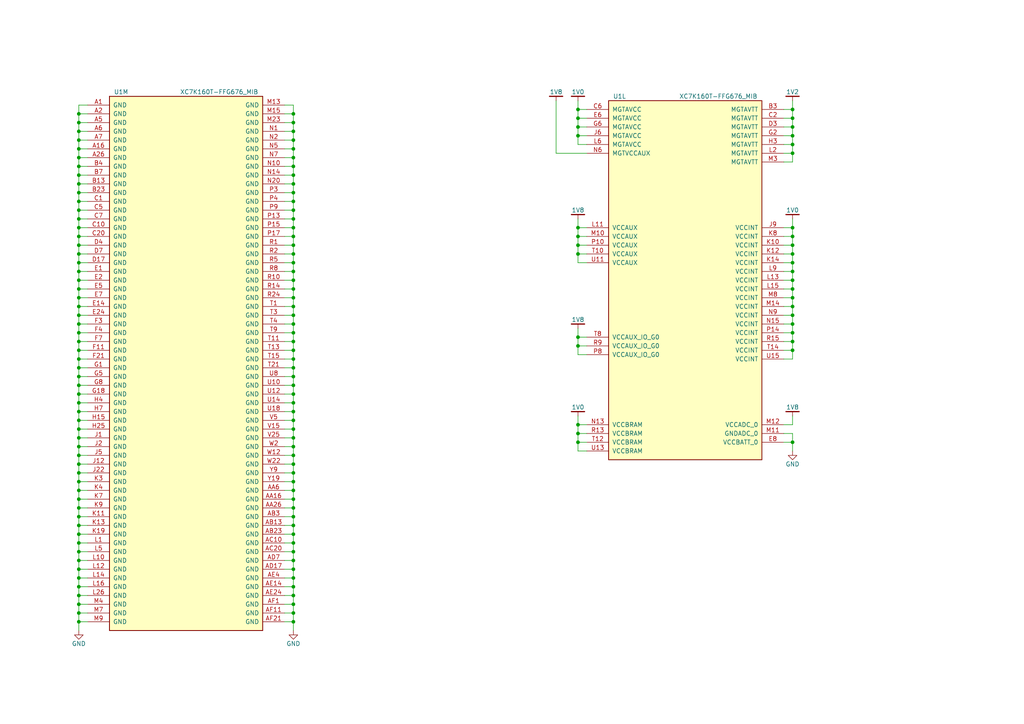
<source format=kicad_sch>
(kicad_sch (version 20230121) (generator eeschema)
  (paper "A4")
  (title_block (title "FPGA Power") (date "2023-12-22") (rev "A") (company "Jordan Harris-Toovy") (comment 1 "Mainboard for Capstone Project at Oregon Tech"))
  (junction (at 22.86 104.14))
  (junction (at 85.09 139.7))
  (junction (at 85.09 165.1))
  (junction (at 85.09 35.56))
  (junction (at 22.86 127))
  (junction (at 229.87 91.44))
  (junction (at 22.86 124.46))
  (junction (at 22.86 91.44))
  (junction (at 85.09 50.8))
  (junction (at 85.09 149.86))
  (junction (at 22.86 96.52))
  (junction (at 22.86 106.68))
  (junction (at 22.86 43.18))
  (junction (at 229.87 81.28))
  (junction (at 167.64 100.33))
  (junction (at 22.86 45.72))
  (junction (at 22.86 177.8))
  (junction (at 167.64 73.66))
  (junction (at 229.87 76.2))
  (junction (at 85.09 58.42))
  (junction (at 85.09 152.4))
  (junction (at 85.09 142.24))
  (junction (at 22.86 78.74))
  (junction (at 229.87 34.29))
  (junction (at 85.09 114.3))
  (junction (at 22.86 152.4))
  (junction (at 22.86 172.72))
  (junction (at 85.09 68.58))
  (junction (at 22.86 167.64))
  (junction (at 85.09 86.36))
  (junction (at 22.86 111.76))
  (junction (at 22.86 58.42))
  (junction (at 22.86 50.8))
  (junction (at 229.87 128.27))
  (junction (at 22.86 101.6))
  (junction (at 22.86 81.28))
  (junction (at 229.87 36.83))
  (junction (at 85.09 88.9))
  (junction (at 167.64 34.29))
  (junction (at 22.86 175.26))
  (junction (at 85.09 101.6))
  (junction (at 85.09 55.88))
  (junction (at 85.09 33.02))
  (junction (at 22.86 83.82))
  (junction (at 22.86 33.02))
  (junction (at 167.64 31.75))
  (junction (at 22.86 93.98))
  (junction (at 22.86 134.62))
  (junction (at 85.09 71.12))
  (junction (at 85.09 175.26))
  (junction (at 85.09 157.48))
  (junction (at 85.09 124.46))
  (junction (at 85.09 167.64))
  (junction (at 167.64 39.37))
  (junction (at 85.09 106.68))
  (junction (at 85.09 45.72))
  (junction (at 22.86 55.88))
  (junction (at 229.87 93.98))
  (junction (at 85.09 91.44))
  (junction (at 229.87 101.6))
  (junction (at 22.86 180.34))
  (junction (at 229.87 31.75))
  (junction (at 22.86 149.86))
  (junction (at 22.86 38.1))
  (junction (at 22.86 119.38))
  (junction (at 167.64 71.12))
  (junction (at 22.86 132.08))
  (junction (at 85.09 160.02))
  (junction (at 22.86 160.02))
  (junction (at 229.87 41.91))
  (junction (at 167.64 128.27))
  (junction (at 22.86 116.84))
  (junction (at 22.86 170.18))
  (junction (at 229.87 96.52))
  (junction (at 85.09 60.96))
  (junction (at 85.09 53.34))
  (junction (at 85.09 132.08))
  (junction (at 85.09 170.18))
  (junction (at 167.64 66.04))
  (junction (at 22.86 142.24))
  (junction (at 229.87 73.66))
  (junction (at 85.09 38.1))
  (junction (at 22.86 40.64))
  (junction (at 85.09 63.5))
  (junction (at 22.86 86.36))
  (junction (at 22.86 165.1))
  (junction (at 85.09 162.56))
  (junction (at 85.09 172.72))
  (junction (at 85.09 104.14))
  (junction (at 229.87 83.82))
  (junction (at 85.09 127))
  (junction (at 229.87 78.74))
  (junction (at 85.09 147.32))
  (junction (at 22.86 144.78))
  (junction (at 85.09 96.52))
  (junction (at 22.86 114.3))
  (junction (at 229.87 71.12))
  (junction (at 22.86 71.12))
  (junction (at 22.86 139.7))
  (junction (at 85.09 78.74))
  (junction (at 167.64 97.79))
  (junction (at 85.09 93.98))
  (junction (at 85.09 66.04))
  (junction (at 22.86 35.56))
  (junction (at 167.64 36.83))
  (junction (at 22.86 73.66))
  (junction (at 22.86 60.96))
  (junction (at 22.86 76.2))
  (junction (at 167.64 68.58))
  (junction (at 22.86 162.56))
  (junction (at 22.86 48.26))
  (junction (at 85.09 180.34))
  (junction (at 167.64 125.73))
  (junction (at 22.86 147.32))
  (junction (at 229.87 44.45))
  (junction (at 85.09 177.8))
  (junction (at 85.09 81.28))
  (junction (at 85.09 144.78))
  (junction (at 85.09 116.84))
  (junction (at 85.09 119.38))
  (junction (at 85.09 129.54))
  (junction (at 22.86 157.48))
  (junction (at 22.86 154.94))
  (junction (at 85.09 154.94))
  (junction (at 22.86 88.9))
  (junction (at 229.87 68.58))
  (junction (at 85.09 109.22))
  (junction (at 229.87 99.06))
  (junction (at 22.86 121.92))
  (junction (at 22.86 63.5))
  (junction (at 85.09 134.62))
  (junction (at 229.87 86.36))
  (junction (at 85.09 83.82))
  (junction (at 22.86 109.22))
  (junction (at 22.86 68.58))
  (junction (at 22.86 137.16))
  (junction (at 85.09 73.66))
  (junction (at 85.09 121.92))
  (junction (at 85.09 137.16))
  (junction (at 22.86 129.54))
  (junction (at 22.86 53.34))
  (junction (at 22.86 99.06))
  (junction (at 167.64 123.19))
  (junction (at 85.09 48.26))
  (junction (at 85.09 76.2))
  (junction (at 229.87 39.37))
  (junction (at 85.09 40.64))
  (junction (at 229.87 88.9))
  (junction (at 85.09 99.06))
  (junction (at 85.09 43.18))
  (junction (at 85.09 111.76))
  (junction (at 22.86 66.04))
  (junction (at 229.87 66.04))
  (wire (pts (xy 22.86 99.06) (xy 22.86 96.52)))
  (wire (pts (xy 85.09 91.44) (xy 85.09 93.98)))
  (wire (pts (xy 22.86 50.8) (xy 22.86 48.26)))
  (wire (pts (xy 85.09 30.48) (xy 85.09 33.02)))
  (wire (pts (xy 25.4 48.26) (xy 22.86 48.26)))
  (wire (pts (xy 82.55 30.48) (xy 85.09 30.48)))
  (wire (pts (xy 25.4 106.68) (xy 22.86 106.68)))
  (wire (pts (xy 22.86 111.76) (xy 22.86 109.22)))
  (wire (pts (xy 25.4 81.28) (xy 22.86 81.28)))
  (wire (pts (xy 82.55 132.08) (xy 85.09 132.08)))
  (wire (pts (xy 85.09 116.84) (xy 85.09 119.38)))
  (wire (pts (xy 22.86 129.54) (xy 22.86 127)))
  (wire (pts (xy 82.55 137.16) (xy 85.09 137.16)))
  (wire (pts (xy 22.86 114.3) (xy 22.86 111.76)))
  (wire (pts (xy 22.86 78.74) (xy 22.86 76.2)))
  (wire (pts (xy 22.86 83.82) (xy 22.86 81.28)))
  (wire (pts (xy 22.86 88.9) (xy 22.86 86.36)))
  (wire (pts (xy 22.86 66.04) (xy 22.86 63.5)))
  (wire (pts (xy 82.55 96.52) (xy 85.09 96.52)))
  (wire (pts (xy 227.33 39.37) (xy 229.87 39.37)))
  (wire (pts (xy 85.09 111.76) (xy 85.09 114.3)))
  (wire (pts (xy 227.33 44.45) (xy 229.87 44.45)))
  (wire (pts (xy 25.4 86.36) (xy 22.86 86.36)))
  (wire (pts (xy 85.09 55.88) (xy 85.09 58.42)))
  (wire (pts (xy 82.55 180.34) (xy 85.09 180.34)))
  (wire (pts (xy 25.4 160.02) (xy 22.86 160.02)))
  (wire (pts (xy 25.4 109.22) (xy 22.86 109.22)))
  (wire (pts (xy 82.55 63.5) (xy 85.09 63.5)))
  (wire (pts (xy 82.55 101.6) (xy 85.09 101.6)))
  (wire (pts (xy 85.09 78.74) (xy 85.09 81.28)))
  (wire (pts (xy 85.09 81.28) (xy 85.09 83.82)))
  (wire (pts (xy 85.09 129.54) (xy 85.09 132.08)))
  (wire (pts (xy 25.4 139.7) (xy 22.86 139.7)))
  (wire (pts (xy 22.86 139.7) (xy 22.86 137.16)))
  (wire (pts (xy 167.64 36.83) (xy 167.64 39.37)))
  (wire (pts (xy 85.09 132.08) (xy 85.09 134.62)))
  (wire (pts (xy 82.55 114.3) (xy 85.09 114.3)))
  (wire (pts (xy 25.4 73.66) (xy 22.86 73.66)))
  (wire (pts (xy 167.64 123.19) (xy 170.18 123.19)))
  (wire (pts (xy 229.87 41.91) (xy 229.87 39.37)))
  (wire (pts (xy 85.09 101.6) (xy 85.09 104.14)))
  (wire (pts (xy 85.09 154.94) (xy 85.09 157.48)))
  (wire (pts (xy 229.87 91.44) (xy 229.87 93.98)))
  (wire (pts (xy 85.09 157.48) (xy 85.09 160.02)))
  (wire (pts (xy 229.87 71.12) (xy 229.87 68.58)))
  (wire (pts (xy 167.64 63.5) (xy 167.64 66.04)))
  (wire (pts (xy 25.4 104.14) (xy 22.86 104.14)))
  (wire (pts (xy 25.4 132.08) (xy 22.86 132.08)))
  (wire (pts (xy 82.55 71.12) (xy 85.09 71.12)))
  (wire (pts (xy 82.55 66.04) (xy 85.09 66.04)))
  (wire (pts (xy 229.87 73.66) (xy 229.87 71.12)))
  (wire (pts (xy 22.86 48.26) (xy 22.86 45.72)))
  (wire (pts (xy 82.55 48.26) (xy 85.09 48.26)))
  (wire (pts (xy 85.09 124.46) (xy 85.09 127)))
  (wire (pts (xy 82.55 86.36) (xy 85.09 86.36)))
  (wire (pts (xy 82.55 45.72) (xy 85.09 45.72)))
  (wire (pts (xy 82.55 35.56) (xy 85.09 35.56)))
  (wire (pts (xy 82.55 139.7) (xy 85.09 139.7)))
  (wire (pts (xy 167.64 97.79) (xy 167.64 100.33)))
  (wire (pts (xy 25.4 55.88) (xy 22.86 55.88)))
  (wire (pts (xy 82.55 154.94) (xy 85.09 154.94)))
  (wire (pts (xy 167.64 73.66) (xy 167.64 76.2)))
  (wire (pts (xy 22.86 38.1) (xy 22.86 35.56)))
  (wire (pts (xy 227.33 91.44) (xy 229.87 91.44)))
  (wire (pts (xy 85.09 137.16) (xy 85.09 139.7)))
  (wire (pts (xy 167.64 95.25) (xy 167.64 97.79)))
  (wire (pts (xy 22.86 142.24) (xy 22.86 139.7)))
  (wire (pts (xy 25.4 53.34) (xy 22.86 53.34)))
  (wire (pts (xy 82.55 152.4) (xy 85.09 152.4)))
  (wire (pts (xy 227.33 73.66) (xy 229.87 73.66)))
  (wire (pts (xy 22.86 106.68) (xy 22.86 104.14)))
  (wire (pts (xy 85.09 83.82) (xy 85.09 86.36)))
  (wire (pts (xy 229.87 120.65) (xy 229.87 123.19)))
  (wire (pts (xy 22.86 137.16) (xy 22.86 134.62)))
  (wire (pts (xy 22.86 149.86) (xy 22.86 147.32)))
  (wire (pts (xy 85.09 144.78) (xy 85.09 147.32)))
  (wire (pts (xy 82.55 165.1) (xy 85.09 165.1)))
  (wire (pts (xy 25.4 68.58) (xy 22.86 68.58)))
  (wire (pts (xy 85.09 76.2) (xy 85.09 78.74)))
  (wire (pts (xy 85.09 88.9) (xy 85.09 91.44)))
  (wire (pts (xy 82.55 99.06) (xy 85.09 99.06)))
  (wire (pts (xy 25.4 71.12) (xy 22.86 71.12)))
  (wire (pts (xy 227.33 88.9) (xy 229.87 88.9)))
  (wire (pts (xy 85.09 175.26) (xy 85.09 177.8)))
  (wire (pts (xy 229.87 128.27) (xy 229.87 125.73)))
  (wire (pts (xy 22.86 121.92) (xy 22.86 119.38)))
  (wire (pts (xy 25.4 137.16) (xy 22.86 137.16)))
  (wire (pts (xy 22.86 180.34) (xy 25.4 180.34)))
  (wire (pts (xy 229.87 34.29) (xy 229.87 31.75)))
  (wire (pts (xy 25.4 99.06) (xy 22.86 99.06)))
  (wire (pts (xy 167.64 68.58) (xy 167.64 71.12)))
  (wire (pts (xy 167.64 102.87) (xy 170.18 102.87)))
  (wire (pts (xy 229.87 88.9) (xy 229.87 86.36)))
  (wire (pts (xy 85.09 180.34) (xy 85.09 182.88)))
  (wire (pts (xy 229.87 104.14) (xy 229.87 101.6)))
  (wire (pts (xy 227.33 96.52) (xy 229.87 96.52)))
  (wire (pts (xy 167.64 34.29) (xy 167.64 36.83)))
  (wire (pts (xy 167.64 31.75) (xy 170.18 31.75)))
  (wire (pts (xy 82.55 160.02) (xy 85.09 160.02)))
  (wire (pts (xy 85.09 71.12) (xy 85.09 73.66)))
  (wire (pts (xy 22.86 96.52) (xy 22.86 93.98)))
  (wire (pts (xy 85.09 50.8) (xy 85.09 53.34)))
  (wire (pts (xy 25.4 157.48) (xy 22.86 157.48)))
  (wire (pts (xy 25.4 144.78) (xy 22.86 144.78)))
  (wire (pts (xy 82.55 162.56) (xy 85.09 162.56)))
  (wire (pts (xy 85.09 142.24) (xy 85.09 144.78)))
  (wire (pts (xy 82.55 76.2) (xy 85.09 76.2)))
  (wire (pts (xy 82.55 119.38) (xy 85.09 119.38)))
  (wire (pts (xy 82.55 167.64) (xy 85.09 167.64)))
  (wire (pts (xy 25.4 88.9) (xy 22.86 88.9)))
  (wire (pts (xy 25.4 162.56) (xy 22.86 162.56)))
  (wire (pts (xy 82.55 104.14) (xy 85.09 104.14)))
  (wire (pts (xy 25.4 142.24) (xy 22.86 142.24)))
  (wire (pts (xy 167.64 125.73) (xy 167.64 128.27)))
  (wire (pts (xy 22.86 177.8) (xy 22.86 180.34)))
  (wire (pts (xy 22.86 45.72) (xy 22.86 43.18)))
  (wire (pts (xy 167.64 76.2) (xy 170.18 76.2)))
  (wire (pts (xy 25.4 101.6) (xy 22.86 101.6)))
  (wire (pts (xy 22.86 55.88) (xy 22.86 53.34)))
  (wire (pts (xy 85.09 114.3) (xy 85.09 116.84)))
  (wire (pts (xy 22.86 147.32) (xy 22.86 144.78)))
  (wire (pts (xy 85.09 127) (xy 85.09 129.54)))
  (wire (pts (xy 25.4 127) (xy 22.86 127)))
  (wire (pts (xy 229.87 91.44) (xy 229.87 88.9)))
  (wire (pts (xy 22.86 152.4) (xy 22.86 149.86)))
  (wire (pts (xy 25.4 170.18) (xy 22.86 170.18)))
  (wire (pts (xy 227.33 71.12) (xy 229.87 71.12)))
  (wire (pts (xy 167.64 128.27) (xy 167.64 130.81)))
  (wire (pts (xy 22.86 160.02) (xy 22.86 157.48)))
  (wire (pts (xy 227.33 128.27) (xy 229.87 128.27)))
  (wire (pts (xy 22.86 81.28) (xy 22.86 78.74)))
  (wire (pts (xy 25.4 119.38) (xy 22.86 119.38)))
  (wire (pts (xy 82.55 127) (xy 85.09 127)))
  (wire (pts (xy 229.87 83.82) (xy 229.87 81.28)))
  (wire (pts (xy 85.09 109.22) (xy 85.09 111.76)))
  (wire (pts (xy 82.55 58.42) (xy 85.09 58.42)))
  (wire (pts (xy 22.86 40.64) (xy 22.86 38.1)))
  (wire (pts (xy 167.64 125.73) (xy 170.18 125.73)))
  (wire (pts (xy 82.55 73.66) (xy 85.09 73.66)))
  (wire (pts (xy 167.64 39.37) (xy 167.64 41.91)))
  (wire (pts (xy 85.09 86.36) (xy 85.09 88.9)))
  (wire (pts (xy 25.4 165.1) (xy 22.86 165.1)))
  (wire (pts (xy 227.33 93.98) (xy 229.87 93.98)))
  (wire (pts (xy 167.64 29.21) (xy 167.64 31.75)))
  (wire (pts (xy 167.64 128.27) (xy 170.18 128.27)))
  (wire (pts (xy 25.4 111.76) (xy 22.86 111.76)))
  (wire (pts (xy 85.09 53.34) (xy 85.09 55.88)))
  (wire (pts (xy 227.33 41.91) (xy 229.87 41.91)))
  (wire (pts (xy 167.64 31.75) (xy 167.64 34.29)))
  (wire (pts (xy 85.09 40.64) (xy 85.09 43.18)))
  (wire (pts (xy 22.86 93.98) (xy 22.86 91.44)))
  (wire (pts (xy 227.33 76.2) (xy 229.87 76.2)))
  (wire (pts (xy 25.4 50.8) (xy 22.86 50.8)))
  (wire (pts (xy 22.86 101.6) (xy 22.86 99.06)))
  (wire (pts (xy 22.86 91.44) (xy 22.86 88.9)))
  (wire (pts (xy 82.55 177.8) (xy 85.09 177.8)))
  (wire (pts (xy 82.55 53.34) (xy 85.09 53.34)))
  (wire (pts (xy 85.09 104.14) (xy 85.09 106.68)))
  (wire (pts (xy 82.55 172.72) (xy 85.09 172.72)))
  (wire (pts (xy 85.09 160.02) (xy 85.09 162.56)))
  (wire (pts (xy 82.55 147.32) (xy 85.09 147.32)))
  (wire (pts (xy 167.64 100.33) (xy 167.64 102.87)))
  (wire (pts (xy 229.87 36.83) (xy 229.87 34.29)))
  (wire (pts (xy 229.87 81.28) (xy 229.87 78.74)))
  (wire (pts (xy 82.55 124.46) (xy 85.09 124.46)))
  (wire (pts (xy 22.86 104.14) (xy 22.86 101.6)))
  (wire (pts (xy 85.09 45.72) (xy 85.09 48.26)))
  (wire (pts (xy 167.64 97.79) (xy 170.18 97.79)))
  (wire (pts (xy 85.09 147.32) (xy 85.09 149.86)))
  (wire (pts (xy 227.33 83.82) (xy 229.87 83.82)))
  (wire (pts (xy 25.4 172.72) (xy 22.86 172.72)))
  (wire (pts (xy 85.09 119.38) (xy 85.09 121.92)))
  (wire (pts (xy 85.09 63.5) (xy 85.09 66.04)))
  (wire (pts (xy 82.55 142.24) (xy 85.09 142.24)))
  (wire (pts (xy 229.87 73.66) (xy 229.87 76.2)))
  (wire (pts (xy 25.4 58.42) (xy 22.86 58.42)))
  (wire (pts (xy 22.86 33.02) (xy 22.86 30.48)))
  (wire (pts (xy 85.09 68.58) (xy 85.09 71.12)))
  (wire (pts (xy 227.33 34.29) (xy 229.87 34.29)))
  (wire (pts (xy 167.64 66.04) (xy 170.18 66.04)))
  (wire (pts (xy 82.55 109.22) (xy 85.09 109.22)))
  (wire (pts (xy 167.64 34.29) (xy 170.18 34.29)))
  (wire (pts (xy 22.86 177.8) (xy 22.86 175.26)))
  (wire (pts (xy 25.4 60.96) (xy 22.86 60.96)))
  (wire (pts (xy 25.4 33.02) (xy 22.86 33.02)))
  (wire (pts (xy 167.64 66.04) (xy 167.64 68.58)))
  (wire (pts (xy 22.86 58.42) (xy 22.86 55.88)))
  (wire (pts (xy 85.09 149.86) (xy 85.09 152.4)))
  (wire (pts (xy 229.87 46.99) (xy 229.87 44.45)))
  (wire (pts (xy 167.64 100.33) (xy 170.18 100.33)))
  (wire (pts (xy 22.86 68.58) (xy 22.86 66.04)))
  (wire (pts (xy 25.4 167.64) (xy 22.86 167.64)))
  (wire (pts (xy 25.4 63.5) (xy 22.86 63.5)))
  (wire (pts (xy 25.4 114.3) (xy 22.86 114.3)))
  (wire (pts (xy 229.87 83.82) (xy 229.87 86.36)))
  (wire (pts (xy 167.64 130.81) (xy 170.18 130.81)))
  (wire (pts (xy 85.09 66.04) (xy 85.09 68.58)))
  (wire (pts (xy 227.33 78.74) (xy 229.87 78.74)))
  (wire (pts (xy 82.55 93.98) (xy 85.09 93.98)))
  (wire (pts (xy 227.33 86.36) (xy 229.87 86.36)))
  (wire (pts (xy 229.87 31.75) (xy 227.33 31.75)))
  (wire (pts (xy 25.4 96.52) (xy 22.86 96.52)))
  (wire (pts (xy 167.64 73.66) (xy 170.18 73.66)))
  (wire (pts (xy 22.86 127) (xy 22.86 124.46)))
  (wire (pts (xy 82.55 121.92) (xy 85.09 121.92)))
  (wire (pts (xy 85.09 172.72) (xy 85.09 175.26)))
  (wire (pts (xy 82.55 88.9) (xy 85.09 88.9)))
  (wire (pts (xy 22.86 86.36) (xy 22.86 83.82)))
  (wire (pts (xy 170.18 39.37) (xy 167.64 39.37)))
  (wire (pts (xy 25.4 45.72) (xy 22.86 45.72)))
  (wire (pts (xy 82.55 129.54) (xy 85.09 129.54)))
  (wire (pts (xy 229.87 76.2) (xy 229.87 78.74)))
  (wire (pts (xy 85.09 43.18) (xy 85.09 45.72)))
  (wire (pts (xy 25.4 78.74) (xy 22.86 78.74)))
  (wire (pts (xy 85.09 134.62) (xy 85.09 137.16)))
  (wire (pts (xy 22.86 116.84) (xy 22.86 114.3)))
  (wire (pts (xy 25.4 93.98) (xy 22.86 93.98)))
  (wire (pts (xy 85.09 60.96) (xy 85.09 63.5)))
  (wire (pts (xy 22.86 35.56) (xy 22.86 33.02)))
  (wire (pts (xy 167.64 120.65) (xy 167.64 123.19)))
  (wire (pts (xy 85.09 121.92) (xy 85.09 124.46)))
  (wire (pts (xy 22.86 60.96) (xy 22.86 58.42)))
  (wire (pts (xy 82.55 78.74) (xy 85.09 78.74)))
  (wire (pts (xy 22.86 170.18) (xy 22.86 167.64)))
  (wire (pts (xy 229.87 125.73) (xy 227.33 125.73)))
  (wire (pts (xy 82.55 106.68) (xy 85.09 106.68)))
  (wire (pts (xy 25.4 147.32) (xy 22.86 147.32)))
  (wire (pts (xy 82.55 50.8) (xy 85.09 50.8)))
  (wire (pts (xy 85.09 93.98) (xy 85.09 96.52)))
  (wire (pts (xy 229.87 29.21) (xy 229.87 31.75)))
  (wire (pts (xy 25.4 129.54) (xy 22.86 129.54)))
  (wire (pts (xy 161.29 29.21) (xy 161.29 44.45)))
  (wire (pts (xy 229.87 130.81) (xy 229.87 128.27)))
  (wire (pts (xy 85.09 167.64) (xy 85.09 170.18)))
  (wire (pts (xy 82.55 175.26) (xy 85.09 175.26)))
  (wire (pts (xy 167.64 71.12) (xy 167.64 73.66)))
  (wire (pts (xy 82.55 111.76) (xy 85.09 111.76)))
  (wire (pts (xy 227.33 101.6) (xy 229.87 101.6)))
  (wire (pts (xy 82.55 157.48) (xy 85.09 157.48)))
  (wire (pts (xy 22.86 43.18) (xy 22.86 40.64)))
  (wire (pts (xy 85.09 73.66) (xy 85.09 76.2)))
  (wire (pts (xy 85.09 48.26) (xy 85.09 50.8)))
  (wire (pts (xy 82.55 170.18) (xy 85.09 170.18)))
  (wire (pts (xy 82.55 81.28) (xy 85.09 81.28)))
  (wire (pts (xy 25.4 175.26) (xy 22.86 175.26)))
  (wire (pts (xy 22.86 175.26) (xy 22.86 172.72)))
  (wire (pts (xy 82.55 55.88) (xy 85.09 55.88)))
  (wire (pts (xy 22.86 76.2) (xy 22.86 73.66)))
  (wire (pts (xy 82.55 116.84) (xy 85.09 116.84)))
  (wire (pts (xy 25.4 38.1) (xy 22.86 38.1)))
  (wire (pts (xy 22.86 132.08) (xy 22.86 129.54)))
  (wire (pts (xy 167.64 71.12) (xy 170.18 71.12)))
  (wire (pts (xy 25.4 124.46) (xy 22.86 124.46)))
  (wire (pts (xy 25.4 83.82) (xy 22.86 83.82)))
  (wire (pts (xy 25.4 116.84) (xy 22.86 116.84)))
  (wire (pts (xy 25.4 76.2) (xy 22.86 76.2)))
  (wire (pts (xy 25.4 152.4) (xy 22.86 152.4)))
  (wire (pts (xy 25.4 66.04) (xy 22.86 66.04)))
  (wire (pts (xy 22.86 162.56) (xy 22.86 160.02)))
  (wire (pts (xy 229.87 101.6) (xy 229.87 99.06)))
  (wire (pts (xy 25.4 43.18) (xy 22.86 43.18)))
  (wire (pts (xy 25.4 30.48) (xy 22.86 30.48)))
  (wire (pts (xy 25.4 91.44) (xy 22.86 91.44)))
  (wire (pts (xy 25.4 154.94) (xy 22.86 154.94)))
  (wire (pts (xy 82.55 40.64) (xy 85.09 40.64)))
  (wire (pts (xy 22.86 109.22) (xy 22.86 106.68)))
  (wire (pts (xy 82.55 149.86) (xy 85.09 149.86)))
  (wire (pts (xy 22.86 124.46) (xy 22.86 121.92)))
  (wire (pts (xy 85.09 177.8) (xy 85.09 180.34)))
  (wire (pts (xy 82.55 83.82) (xy 85.09 83.82)))
  (wire (pts (xy 22.86 167.64) (xy 22.86 165.1)))
  (wire (pts (xy 170.18 44.45) (xy 161.29 44.45)))
  (wire (pts (xy 22.86 63.5) (xy 22.86 60.96)))
  (wire (pts (xy 85.09 99.06) (xy 85.09 101.6)))
  (wire (pts (xy 229.87 123.19) (xy 227.33 123.19)))
  (wire (pts (xy 227.33 66.04) (xy 229.87 66.04)))
  (wire (pts (xy 85.09 162.56) (xy 85.09 165.1)))
  (wire (pts (xy 22.86 71.12) (xy 22.86 68.58)))
  (wire (pts (xy 22.86 144.78) (xy 22.86 142.24)))
  (wire (pts (xy 22.86 119.38) (xy 22.86 116.84)))
  (wire (pts (xy 22.86 73.66) (xy 22.86 71.12)))
  (wire (pts (xy 85.09 165.1) (xy 85.09 167.64)))
  (wire (pts (xy 22.86 154.94) (xy 22.86 152.4)))
  (wire (pts (xy 22.86 157.48) (xy 22.86 154.94)))
  (wire (pts (xy 170.18 41.91) (xy 167.64 41.91)))
  (wire (pts (xy 229.87 63.5) (xy 229.87 66.04)))
  (wire (pts (xy 22.86 53.34) (xy 22.86 50.8)))
  (wire (pts (xy 227.33 36.83) (xy 229.87 36.83)))
  (wire (pts (xy 82.55 91.44) (xy 85.09 91.44)))
  (wire (pts (xy 82.55 33.02) (xy 85.09 33.02)))
  (wire (pts (xy 22.86 180.34) (xy 22.86 182.88)))
  (wire (pts (xy 229.87 99.06) (xy 229.87 96.52)))
  (wire (pts (xy 82.55 134.62) (xy 85.09 134.62)))
  (wire (pts (xy 25.4 35.56) (xy 22.86 35.56)))
  (wire (pts (xy 85.09 38.1) (xy 85.09 40.64)))
  (wire (pts (xy 229.87 93.98) (xy 229.87 96.52)))
  (wire (pts (xy 85.09 170.18) (xy 85.09 172.72)))
  (wire (pts (xy 82.55 43.18) (xy 85.09 43.18)))
  (wire (pts (xy 25.4 134.62) (xy 22.86 134.62)))
  (wire (pts (xy 227.33 81.28) (xy 229.87 81.28)))
  (wire (pts (xy 85.09 35.56) (xy 85.09 38.1)))
  (wire (pts (xy 229.87 39.37) (xy 229.87 36.83)))
  (wire (pts (xy 22.86 165.1) (xy 22.86 162.56)))
  (wire (pts (xy 85.09 152.4) (xy 85.09 154.94)))
  (wire (pts (xy 82.55 144.78) (xy 85.09 144.78)))
  (wire (pts (xy 85.09 139.7) (xy 85.09 142.24)))
  (wire (pts (xy 167.64 123.19) (xy 167.64 125.73)))
  (wire (pts (xy 227.33 46.99) (xy 229.87 46.99)))
  (wire (pts (xy 82.55 38.1) (xy 85.09 38.1)))
  (wire (pts (xy 85.09 106.68) (xy 85.09 109.22)))
  (wire (pts (xy 85.09 33.02) (xy 85.09 35.56)))
  (wire (pts (xy 85.09 58.42) (xy 85.09 60.96)))
  (wire (pts (xy 25.4 121.92) (xy 22.86 121.92)))
  (wire (pts (xy 25.4 149.86) (xy 22.86 149.86)))
  (wire (pts (xy 82.55 68.58) (xy 85.09 68.58)))
  (wire (pts (xy 25.4 177.8) (xy 22.86 177.8)))
  (wire (pts (xy 229.87 68.58) (xy 229.87 66.04)))
  (wire (pts (xy 167.64 68.58) (xy 170.18 68.58)))
  (wire (pts (xy 227.33 99.06) (xy 229.87 99.06)))
  (wire (pts (xy 22.86 172.72) (xy 22.86 170.18)))
  (wire (pts (xy 167.64 36.83) (xy 170.18 36.83)))
  (wire (pts (xy 82.55 60.96) (xy 85.09 60.96)))
  (wire (pts (xy 25.4 40.64) (xy 22.86 40.64)))
  (wire (pts (xy 229.87 44.45) (xy 229.87 41.91)))
  (wire (pts (xy 85.09 96.52) (xy 85.09 99.06)))
  (wire (pts (xy 227.33 104.14) (xy 229.87 104.14)))
  (wire (pts (xy 22.86 134.62) (xy 22.86 132.08)))
  (wire (pts (xy 227.33 68.58) (xy 229.87 68.58)))
  (symbol (lib_id "Capstone_Library:1V0") (at 167.64 27.94 0) (unit 1) (in_bom no) (on_board no)
    (property "Reference" "#PWR019" (effects hide))
    (property "Value" "1V0" (at 167.64 26.67 0))
  )
  (symbol (lib_id "Capstone_Library:1V8") (at 167.64 62.23 0) (unit 1) (in_bom no) (on_board no)
    (property "Reference" "#PWR015" (effects hide))
    (property "Value" "1V8" (at 167.64 60.96 0))
  )
  (symbol (lib_id "Capstone_Library:1V8") (at 167.64 93.98 0) (unit 1) (in_bom no) (on_board no)
    (property "Reference" "#PWR018" (effects hide))
    (property "Value" "1V8" (at 167.64 92.71 0))
  )
  (symbol (lib_id "power:GND") (at 22.86 182.88 0) (unit 1)
    (property "Reference" "#PWR02" (effects hide))
    (property "Value" "GND" (at 22.86 186.69 0))
  )
  (symbol (lib_id "power:GND") (at 229.87 130.81 0) (unit 1)
    (property "Reference" "#PWR014" (effects hide))
    (property "Value" "GND" (at 229.87 134.62 0))
  )
  (symbol (lib_id "power:GND") (at 85.09 182.88 0) (unit 1)
    (property "Reference" "#PWR01" (effects hide))
    (property "Value" "GND" (at 85.09 186.69 0))
  )
  (symbol (lib_id "Capstone_Library:XC7K160T-FFG676_MIB") (at 198.12 29.21 0) (unit 12)
    (property "Reference" "U1" (at 177.8 27.94 0) (effects (justify left)))
    (property "Value" "XC7K160T-FFG676_MIB" (at 219.71 27.94 0) (effects (justify right)))
    (property "Footprint" "Capstone_Library:Xilinx_FFG676_K7_160T" (effects hide))
  )
  (symbol (lib_id "Capstone_Library:1V0") (at 167.64 119.38 0) (unit 1) (in_bom no) (on_board no)
    (property "Reference" "#PWR016" (effects hide))
    (property "Value" "1V0" (at 167.64 118.11 0))
  )
  (symbol (lib_id "Capstone_Library:XC7K160T-FFG676_MIB") (at 53.34 27.94 0) (unit 13)
    (property "Reference" "U1" (at 33.02 26.67 0) (effects (justify left)))
    (property "Value" "XC7K160T-FFG676_MIB" (at 74.93 26.67 0) (effects (justify right)))
    (property "Footprint" "Capstone_Library:Xilinx_FFG676_K7_160T" (effects hide))
  )
  (symbol (lib_id "Capstone_Library:1V0") (at 229.87 62.23 0) (unit 1) (in_bom no) (on_board no)
    (property "Reference" "#PWR012" (effects hide))
    (property "Value" "1V0" (at 229.87 60.96 0))
  )
  (symbol (lib_id "Capstone_Library:1V8") (at 161.29 27.94 0) (unit 1) (in_bom no) (on_board no)
    (property "Reference" "#PWR020" (effects hide))
    (property "Value" "1V8" (at 161.29 26.67 0))
  )
  (symbol (lib_id "Capstone_Library:1V8") (at 229.87 119.38 0) (unit 1) (in_bom no) (on_board no)
    (property "Reference" "#PWR013" (effects hide))
    (property "Value" "1V8" (at 229.87 118.11 0))
  )
  (symbol (lib_id "Capstone_Library:1V2") (at 229.87 27.94 0) (unit 1) (in_bom no) (on_board no)
    (property "Reference" "#PWR017" (effects hide))
    (property "Value" "1V2" (at 229.87 26.67 0))
  )
)
</source>
